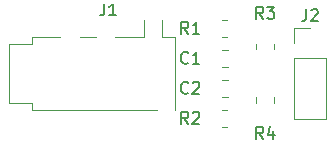
<source format=gbr>
%TF.GenerationSoftware,KiCad,Pcbnew,(5.1.9)-1*%
%TF.CreationDate,2022-01-05T12:10:33+01:00*%
%TF.ProjectId,WLED_AudioJackAdapter,574c4544-5f41-4756-9469-6f4a61636b41,rev?*%
%TF.SameCoordinates,Original*%
%TF.FileFunction,Legend,Top*%
%TF.FilePolarity,Positive*%
%FSLAX46Y46*%
G04 Gerber Fmt 4.6, Leading zero omitted, Abs format (unit mm)*
G04 Created by KiCad (PCBNEW (5.1.9)-1) date 2022-01-05 12:10:33*
%MOMM*%
%LPD*%
G01*
G04 APERTURE LIST*
%ADD10C,0.120000*%
%ADD11C,0.150000*%
G04 APERTURE END LIST*
D10*
%TO.C,J1*%
X135765000Y-78815000D02*
X135765000Y-77415000D01*
X137315000Y-78815000D02*
X137315000Y-77415000D01*
X136865000Y-85015000D02*
X126340000Y-85015000D01*
X137315000Y-78815000D02*
X138440000Y-78815000D01*
X133365000Y-78815000D02*
X135765000Y-78815000D01*
X130365000Y-78815000D02*
X131715000Y-78815000D01*
X126340000Y-78815000D02*
X128715000Y-78815000D01*
X138440000Y-85015000D02*
X138440000Y-78815000D01*
X126340000Y-78815000D02*
X126340000Y-79415000D01*
X126340000Y-84415000D02*
X126340000Y-85015000D01*
X124340000Y-79415000D02*
X124340000Y-84415000D01*
X126340000Y-79415000D02*
X124340000Y-79415000D01*
X126340000Y-84415000D02*
X124340000Y-84415000D01*
%TO.C,R4*%
X145315000Y-84412064D02*
X145315000Y-83957936D01*
X146785000Y-84412064D02*
X146785000Y-83957936D01*
%TO.C,R3*%
X145315000Y-79872064D02*
X145315000Y-79417936D01*
X146785000Y-79872064D02*
X146785000Y-79417936D01*
%TO.C,R2*%
X142832064Y-86460000D02*
X142377936Y-86460000D01*
X142832064Y-84990000D02*
X142377936Y-84990000D01*
%TO.C,R1*%
X142832064Y-78840000D02*
X142377936Y-78840000D01*
X142832064Y-77370000D02*
X142377936Y-77370000D01*
%TO.C,J2*%
X148530000Y-85785000D02*
X151190000Y-85785000D01*
X148530000Y-80645000D02*
X148530000Y-85785000D01*
X151190000Y-80645000D02*
X151190000Y-85785000D01*
X148530000Y-80645000D02*
X151190000Y-80645000D01*
X148530000Y-79375000D02*
X148530000Y-78045000D01*
X148530000Y-78045000D02*
X149860000Y-78045000D01*
%TO.C,C2*%
X142903752Y-83920000D02*
X142381248Y-83920000D01*
X142903752Y-82450000D02*
X142381248Y-82450000D01*
%TO.C,C1*%
X142903752Y-81380000D02*
X142381248Y-81380000D01*
X142903752Y-79910000D02*
X142381248Y-79910000D01*
%TO.C,J1*%
D11*
X132431666Y-76017380D02*
X132431666Y-76731666D01*
X132384047Y-76874523D01*
X132288809Y-76969761D01*
X132145952Y-77017380D01*
X132050714Y-77017380D01*
X133431666Y-77017380D02*
X132860238Y-77017380D01*
X133145952Y-77017380D02*
X133145952Y-76017380D01*
X133050714Y-76160238D01*
X132955476Y-76255476D01*
X132860238Y-76303095D01*
%TO.C,R4*%
X145883333Y-87447380D02*
X145550000Y-86971190D01*
X145311904Y-87447380D02*
X145311904Y-86447380D01*
X145692857Y-86447380D01*
X145788095Y-86495000D01*
X145835714Y-86542619D01*
X145883333Y-86637857D01*
X145883333Y-86780714D01*
X145835714Y-86875952D01*
X145788095Y-86923571D01*
X145692857Y-86971190D01*
X145311904Y-86971190D01*
X146740476Y-86780714D02*
X146740476Y-87447380D01*
X146502380Y-86399761D02*
X146264285Y-87114047D01*
X146883333Y-87114047D01*
%TO.C,R3*%
X145883333Y-77287380D02*
X145550000Y-76811190D01*
X145311904Y-77287380D02*
X145311904Y-76287380D01*
X145692857Y-76287380D01*
X145788095Y-76335000D01*
X145835714Y-76382619D01*
X145883333Y-76477857D01*
X145883333Y-76620714D01*
X145835714Y-76715952D01*
X145788095Y-76763571D01*
X145692857Y-76811190D01*
X145311904Y-76811190D01*
X146216666Y-76287380D02*
X146835714Y-76287380D01*
X146502380Y-76668333D01*
X146645238Y-76668333D01*
X146740476Y-76715952D01*
X146788095Y-76763571D01*
X146835714Y-76858809D01*
X146835714Y-77096904D01*
X146788095Y-77192142D01*
X146740476Y-77239761D01*
X146645238Y-77287380D01*
X146359523Y-77287380D01*
X146264285Y-77239761D01*
X146216666Y-77192142D01*
%TO.C,R2*%
X139533333Y-86177380D02*
X139200000Y-85701190D01*
X138961904Y-86177380D02*
X138961904Y-85177380D01*
X139342857Y-85177380D01*
X139438095Y-85225000D01*
X139485714Y-85272619D01*
X139533333Y-85367857D01*
X139533333Y-85510714D01*
X139485714Y-85605952D01*
X139438095Y-85653571D01*
X139342857Y-85701190D01*
X138961904Y-85701190D01*
X139914285Y-85272619D02*
X139961904Y-85225000D01*
X140057142Y-85177380D01*
X140295238Y-85177380D01*
X140390476Y-85225000D01*
X140438095Y-85272619D01*
X140485714Y-85367857D01*
X140485714Y-85463095D01*
X140438095Y-85605952D01*
X139866666Y-86177380D01*
X140485714Y-86177380D01*
%TO.C,R1*%
X139533333Y-78557380D02*
X139200000Y-78081190D01*
X138961904Y-78557380D02*
X138961904Y-77557380D01*
X139342857Y-77557380D01*
X139438095Y-77605000D01*
X139485714Y-77652619D01*
X139533333Y-77747857D01*
X139533333Y-77890714D01*
X139485714Y-77985952D01*
X139438095Y-78033571D01*
X139342857Y-78081190D01*
X138961904Y-78081190D01*
X140485714Y-78557380D02*
X139914285Y-78557380D01*
X140200000Y-78557380D02*
X140200000Y-77557380D01*
X140104761Y-77700238D01*
X140009523Y-77795476D01*
X139914285Y-77843095D01*
%TO.C,J2*%
X149526666Y-76497380D02*
X149526666Y-77211666D01*
X149479047Y-77354523D01*
X149383809Y-77449761D01*
X149240952Y-77497380D01*
X149145714Y-77497380D01*
X149955238Y-76592619D02*
X150002857Y-76545000D01*
X150098095Y-76497380D01*
X150336190Y-76497380D01*
X150431428Y-76545000D01*
X150479047Y-76592619D01*
X150526666Y-76687857D01*
X150526666Y-76783095D01*
X150479047Y-76925952D01*
X149907619Y-77497380D01*
X150526666Y-77497380D01*
%TO.C,C2*%
X139533333Y-83542142D02*
X139485714Y-83589761D01*
X139342857Y-83637380D01*
X139247619Y-83637380D01*
X139104761Y-83589761D01*
X139009523Y-83494523D01*
X138961904Y-83399285D01*
X138914285Y-83208809D01*
X138914285Y-83065952D01*
X138961904Y-82875476D01*
X139009523Y-82780238D01*
X139104761Y-82685000D01*
X139247619Y-82637380D01*
X139342857Y-82637380D01*
X139485714Y-82685000D01*
X139533333Y-82732619D01*
X139914285Y-82732619D02*
X139961904Y-82685000D01*
X140057142Y-82637380D01*
X140295238Y-82637380D01*
X140390476Y-82685000D01*
X140438095Y-82732619D01*
X140485714Y-82827857D01*
X140485714Y-82923095D01*
X140438095Y-83065952D01*
X139866666Y-83637380D01*
X140485714Y-83637380D01*
%TO.C,C1*%
X139533333Y-81002142D02*
X139485714Y-81049761D01*
X139342857Y-81097380D01*
X139247619Y-81097380D01*
X139104761Y-81049761D01*
X139009523Y-80954523D01*
X138961904Y-80859285D01*
X138914285Y-80668809D01*
X138914285Y-80525952D01*
X138961904Y-80335476D01*
X139009523Y-80240238D01*
X139104761Y-80145000D01*
X139247619Y-80097380D01*
X139342857Y-80097380D01*
X139485714Y-80145000D01*
X139533333Y-80192619D01*
X140485714Y-81097380D02*
X139914285Y-81097380D01*
X140200000Y-81097380D02*
X140200000Y-80097380D01*
X140104761Y-80240238D01*
X140009523Y-80335476D01*
X139914285Y-80383095D01*
%TD*%
M02*

</source>
